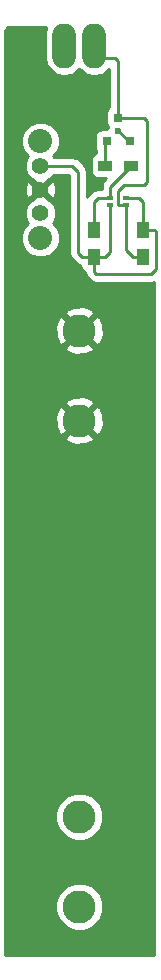
<source format=gbr>
G04 #@! TF.FileFunction,Copper,L1,Top,Signal*
%FSLAX46Y46*%
G04 Gerber Fmt 4.6, Leading zero omitted, Abs format (unit mm)*
G04 Created by KiCad (PCBNEW 4.0.4-stable) date 11/28/16 21:20:40*
%MOMM*%
%LPD*%
G01*
G04 APERTURE LIST*
%ADD10C,0.100000*%
%ADD11C,2.794000*%
%ADD12O,2.032000X3.810000*%
%ADD13R,0.800100X0.800100*%
%ADD14R,1.200000X0.900000*%
%ADD15C,1.397000*%
%ADD16C,2.032000*%
%ADD17R,1.100000X1.350000*%
%ADD18R,0.550000X0.350000*%
%ADD19C,0.600000*%
%ADD20C,0.250000*%
%ADD21C,0.254000*%
G04 APERTURE END LIST*
D10*
D11*
X161036000Y-78232000D03*
X161036000Y-85852000D03*
X161036000Y-119380000D03*
X161036000Y-127000000D03*
D12*
X159766000Y-54102000D03*
X162306000Y-54102000D03*
D13*
X163388000Y-62214760D03*
X165288000Y-62214760D03*
X164338000Y-60215780D03*
D14*
X165438000Y-64262000D03*
X163238000Y-64262000D03*
D15*
X157734000Y-68300600D03*
X157734000Y-66294000D03*
X157734000Y-64287400D03*
D16*
X157734000Y-70396100D03*
X157734000Y-62191900D03*
D17*
X162288000Y-71991000D03*
X166388000Y-71991000D03*
X166388000Y-69741000D03*
X162288000Y-69741000D03*
D18*
X163663000Y-67585000D03*
X165013000Y-67585000D03*
X165013000Y-67035000D03*
X163663000Y-67035000D03*
D19*
X164338000Y-61341000D03*
D20*
X165288000Y-62214760D02*
X165211760Y-62214760D01*
X165211760Y-62214760D02*
X164338000Y-61341000D01*
X165013000Y-67585000D02*
X164359000Y-67585000D01*
X166514780Y-60215780D02*
X164338000Y-60215780D01*
X166751000Y-60452000D02*
X166514780Y-60215780D01*
X166751000Y-65659000D02*
X166751000Y-60452000D01*
X166497000Y-65913000D02*
X166751000Y-65659000D01*
X164846000Y-65913000D02*
X166497000Y-65913000D01*
X164338000Y-66421000D02*
X164846000Y-65913000D01*
X164338000Y-67564000D02*
X164338000Y-66421000D01*
X164359000Y-67585000D02*
X164338000Y-67564000D01*
X164338000Y-60215780D02*
X164338000Y-55372000D01*
X164338000Y-55372000D02*
X164084000Y-55118000D01*
X164084000Y-55118000D02*
X162306000Y-55118000D01*
X166388000Y-71991000D02*
X165590000Y-71991000D01*
X165013000Y-71414000D02*
X165013000Y-67585000D01*
X165590000Y-71991000D02*
X165013000Y-71414000D01*
X162288000Y-71991000D02*
X162288000Y-73261000D01*
X167404000Y-69741000D02*
X166388000Y-69741000D01*
X167513000Y-69850000D02*
X167404000Y-69741000D01*
X167513000Y-73025000D02*
X167513000Y-69850000D01*
X167132000Y-73406000D02*
X167513000Y-73025000D01*
X162433000Y-73406000D02*
X167132000Y-73406000D01*
X162288000Y-73261000D02*
X162433000Y-73406000D01*
X157734000Y-64287400D02*
X160426400Y-64287400D01*
X161272000Y-71991000D02*
X162288000Y-71991000D01*
X160909000Y-71628000D02*
X161272000Y-71991000D01*
X160909000Y-64770000D02*
X160909000Y-71628000D01*
X160426400Y-64287400D02*
X160909000Y-64770000D01*
X166388000Y-69741000D02*
X166388000Y-67328000D01*
X166388000Y-67328000D02*
X166095000Y-67035000D01*
X166095000Y-67035000D02*
X165013000Y-67035000D01*
X162288000Y-71991000D02*
X163213000Y-71991000D01*
X163663000Y-71541000D02*
X163663000Y-67585000D01*
X163213000Y-71991000D02*
X163663000Y-71541000D01*
X163238000Y-64262000D02*
X163238000Y-62364760D01*
X163238000Y-62364760D02*
X163388000Y-62214760D01*
X163663000Y-67035000D02*
X163663000Y-66037000D01*
X163663000Y-66037000D02*
X165438000Y-64262000D01*
X162288000Y-69741000D02*
X162288000Y-67328000D01*
X162581000Y-67035000D02*
X163663000Y-67035000D01*
X162288000Y-67328000D02*
X162581000Y-67035000D01*
D21*
G36*
X158240675Y-52531428D02*
X158115000Y-53163238D01*
X158115000Y-55040762D01*
X158240675Y-55672572D01*
X158598567Y-56208195D01*
X159134190Y-56566087D01*
X159766000Y-56691762D01*
X160397810Y-56566087D01*
X160933433Y-56208195D01*
X161036000Y-56054693D01*
X161138567Y-56208195D01*
X161674190Y-56566087D01*
X162306000Y-56691762D01*
X162937810Y-56566087D01*
X163473433Y-56208195D01*
X163578000Y-56051699D01*
X163578000Y-59292767D01*
X163486509Y-59351640D01*
X163341519Y-59563840D01*
X163290510Y-59815730D01*
X163290510Y-60615830D01*
X163334788Y-60851147D01*
X163452830Y-61034589D01*
X163403162Y-61154201D01*
X163403151Y-61167270D01*
X162987950Y-61167270D01*
X162752633Y-61211548D01*
X162536509Y-61350620D01*
X162391519Y-61562820D01*
X162340510Y-61814710D01*
X162340510Y-62614810D01*
X162384788Y-62850127D01*
X162478000Y-62994983D01*
X162478000Y-63194666D01*
X162402683Y-63208838D01*
X162186559Y-63347910D01*
X162041569Y-63560110D01*
X161990560Y-63812000D01*
X161990560Y-64712000D01*
X162034838Y-64947317D01*
X162173910Y-65163441D01*
X162386110Y-65308431D01*
X162638000Y-65359440D01*
X163265758Y-65359440D01*
X163125599Y-65499599D01*
X162960852Y-65746161D01*
X162903000Y-66037000D01*
X162903000Y-66275000D01*
X162581000Y-66275000D01*
X162290161Y-66332852D01*
X162043599Y-66497599D01*
X161750599Y-66790599D01*
X161669000Y-66912721D01*
X161669000Y-64770000D01*
X161611148Y-64479161D01*
X161611148Y-64479160D01*
X161446401Y-64232599D01*
X160963801Y-63749999D01*
X160717239Y-63585252D01*
X160426400Y-63527400D01*
X158859536Y-63527400D01*
X158796415Y-63464169D01*
X159132834Y-63128337D01*
X159384713Y-62521745D01*
X159385286Y-61864937D01*
X159134466Y-61257905D01*
X158670437Y-60793066D01*
X158063845Y-60541187D01*
X157407037Y-60540614D01*
X156800005Y-60791434D01*
X156335166Y-61255463D01*
X156083287Y-61862055D01*
X156082714Y-62518863D01*
X156333534Y-63125895D01*
X156671193Y-63464144D01*
X156604173Y-63531047D01*
X156400732Y-64020987D01*
X156400269Y-64551486D01*
X156602854Y-65041780D01*
X156977647Y-65417227D01*
X157078859Y-65459254D01*
X157734000Y-66114395D01*
X158388635Y-65459760D01*
X158488380Y-65418546D01*
X158860174Y-65047400D01*
X160111598Y-65047400D01*
X160149000Y-65084802D01*
X160149000Y-71628000D01*
X160206852Y-71918839D01*
X160371599Y-72165401D01*
X160734599Y-72528401D01*
X160981161Y-72693148D01*
X161100121Y-72716811D01*
X161134838Y-72901317D01*
X161273910Y-73117441D01*
X161486110Y-73262431D01*
X161530055Y-73271330D01*
X161585852Y-73551839D01*
X161750599Y-73798401D01*
X161895599Y-73943401D01*
X162142161Y-74108148D01*
X162433000Y-74166000D01*
X167132000Y-74166000D01*
X167311000Y-74130394D01*
X167311000Y-131116000D01*
X154761000Y-131116000D01*
X154761000Y-127402416D01*
X159003648Y-127402416D01*
X159312350Y-128149532D01*
X159883462Y-128721641D01*
X160630037Y-129031646D01*
X161438416Y-129032352D01*
X162185532Y-128723650D01*
X162757641Y-128152538D01*
X163067646Y-127405963D01*
X163068352Y-126597584D01*
X162759650Y-125850468D01*
X162188538Y-125278359D01*
X161441963Y-124968354D01*
X160633584Y-124967648D01*
X159886468Y-125276350D01*
X159314359Y-125847462D01*
X159004354Y-126594037D01*
X159003648Y-127402416D01*
X154761000Y-127402416D01*
X154761000Y-119782416D01*
X159003648Y-119782416D01*
X159312350Y-120529532D01*
X159883462Y-121101641D01*
X160630037Y-121411646D01*
X161438416Y-121412352D01*
X162185532Y-121103650D01*
X162757641Y-120532538D01*
X163067646Y-119785963D01*
X163068352Y-118977584D01*
X162759650Y-118230468D01*
X162188538Y-117658359D01*
X161441963Y-117348354D01*
X160633584Y-117347648D01*
X159886468Y-117656350D01*
X159314359Y-118227462D01*
X159004354Y-118974037D01*
X159003648Y-119782416D01*
X154761000Y-119782416D01*
X154761000Y-87291556D01*
X159776050Y-87291556D01*
X159923256Y-87599625D01*
X160676746Y-87892423D01*
X161484929Y-87874586D01*
X162148744Y-87599625D01*
X162295950Y-87291556D01*
X161036000Y-86031605D01*
X159776050Y-87291556D01*
X154761000Y-87291556D01*
X154761000Y-85492746D01*
X158995577Y-85492746D01*
X159013414Y-86300929D01*
X159288375Y-86964744D01*
X159596444Y-87111950D01*
X160856395Y-85852000D01*
X161215605Y-85852000D01*
X162475556Y-87111950D01*
X162783625Y-86964744D01*
X163076423Y-86211254D01*
X163058586Y-85403071D01*
X162783625Y-84739256D01*
X162475556Y-84592050D01*
X161215605Y-85852000D01*
X160856395Y-85852000D01*
X159596444Y-84592050D01*
X159288375Y-84739256D01*
X158995577Y-85492746D01*
X154761000Y-85492746D01*
X154761000Y-84412444D01*
X159776050Y-84412444D01*
X161036000Y-85672395D01*
X162295950Y-84412444D01*
X162148744Y-84104375D01*
X161395254Y-83811577D01*
X160587071Y-83829414D01*
X159923256Y-84104375D01*
X159776050Y-84412444D01*
X154761000Y-84412444D01*
X154761000Y-79671556D01*
X159776050Y-79671556D01*
X159923256Y-79979625D01*
X160676746Y-80272423D01*
X161484929Y-80254586D01*
X162148744Y-79979625D01*
X162295950Y-79671556D01*
X161036000Y-78411605D01*
X159776050Y-79671556D01*
X154761000Y-79671556D01*
X154761000Y-77872746D01*
X158995577Y-77872746D01*
X159013414Y-78680929D01*
X159288375Y-79344744D01*
X159596444Y-79491950D01*
X160856395Y-78232000D01*
X161215605Y-78232000D01*
X162475556Y-79491950D01*
X162783625Y-79344744D01*
X163076423Y-78591254D01*
X163058586Y-77783071D01*
X162783625Y-77119256D01*
X162475556Y-76972050D01*
X161215605Y-78232000D01*
X160856395Y-78232000D01*
X159596444Y-76972050D01*
X159288375Y-77119256D01*
X158995577Y-77872746D01*
X154761000Y-77872746D01*
X154761000Y-76792444D01*
X159776050Y-76792444D01*
X161036000Y-78052395D01*
X162295950Y-76792444D01*
X162148744Y-76484375D01*
X161395254Y-76191577D01*
X160587071Y-76209414D01*
X159923256Y-76484375D01*
X159776050Y-76792444D01*
X154761000Y-76792444D01*
X154761000Y-70723063D01*
X156082714Y-70723063D01*
X156333534Y-71330095D01*
X156797563Y-71794934D01*
X157404155Y-72046813D01*
X158060963Y-72047386D01*
X158667995Y-71796566D01*
X159132834Y-71332537D01*
X159384713Y-70725945D01*
X159385286Y-70069137D01*
X159134466Y-69462105D01*
X158796807Y-69123856D01*
X158863827Y-69056953D01*
X159067268Y-68567013D01*
X159067731Y-68036514D01*
X158865146Y-67546220D01*
X158490353Y-67170773D01*
X158389141Y-67128746D01*
X157734000Y-66473605D01*
X157079365Y-67128240D01*
X156979620Y-67169454D01*
X156604173Y-67544247D01*
X156400732Y-68034187D01*
X156400269Y-68564686D01*
X156602854Y-69054980D01*
X156671585Y-69123831D01*
X156335166Y-69459663D01*
X156083287Y-70066255D01*
X156082714Y-70723063D01*
X154761000Y-70723063D01*
X154761000Y-66101480D01*
X156388073Y-66101480D01*
X156416852Y-66631199D01*
X156564200Y-66986929D01*
X156799812Y-67048583D01*
X157554395Y-66294000D01*
X157913605Y-66294000D01*
X158668188Y-67048583D01*
X158903800Y-66986929D01*
X159079927Y-66486520D01*
X159051148Y-65956801D01*
X158903800Y-65601071D01*
X158668188Y-65539417D01*
X157913605Y-66294000D01*
X157554395Y-66294000D01*
X156799812Y-65539417D01*
X156564200Y-65601071D01*
X156388073Y-66101480D01*
X154761000Y-66101480D01*
X154761000Y-52901931D01*
X154797144Y-52720223D01*
X154860461Y-52625461D01*
X154955223Y-52562144D01*
X155136930Y-52526000D01*
X158244302Y-52526000D01*
X158240675Y-52531428D01*
X158240675Y-52531428D01*
G37*
X158240675Y-52531428D02*
X158115000Y-53163238D01*
X158115000Y-55040762D01*
X158240675Y-55672572D01*
X158598567Y-56208195D01*
X159134190Y-56566087D01*
X159766000Y-56691762D01*
X160397810Y-56566087D01*
X160933433Y-56208195D01*
X161036000Y-56054693D01*
X161138567Y-56208195D01*
X161674190Y-56566087D01*
X162306000Y-56691762D01*
X162937810Y-56566087D01*
X163473433Y-56208195D01*
X163578000Y-56051699D01*
X163578000Y-59292767D01*
X163486509Y-59351640D01*
X163341519Y-59563840D01*
X163290510Y-59815730D01*
X163290510Y-60615830D01*
X163334788Y-60851147D01*
X163452830Y-61034589D01*
X163403162Y-61154201D01*
X163403151Y-61167270D01*
X162987950Y-61167270D01*
X162752633Y-61211548D01*
X162536509Y-61350620D01*
X162391519Y-61562820D01*
X162340510Y-61814710D01*
X162340510Y-62614810D01*
X162384788Y-62850127D01*
X162478000Y-62994983D01*
X162478000Y-63194666D01*
X162402683Y-63208838D01*
X162186559Y-63347910D01*
X162041569Y-63560110D01*
X161990560Y-63812000D01*
X161990560Y-64712000D01*
X162034838Y-64947317D01*
X162173910Y-65163441D01*
X162386110Y-65308431D01*
X162638000Y-65359440D01*
X163265758Y-65359440D01*
X163125599Y-65499599D01*
X162960852Y-65746161D01*
X162903000Y-66037000D01*
X162903000Y-66275000D01*
X162581000Y-66275000D01*
X162290161Y-66332852D01*
X162043599Y-66497599D01*
X161750599Y-66790599D01*
X161669000Y-66912721D01*
X161669000Y-64770000D01*
X161611148Y-64479161D01*
X161611148Y-64479160D01*
X161446401Y-64232599D01*
X160963801Y-63749999D01*
X160717239Y-63585252D01*
X160426400Y-63527400D01*
X158859536Y-63527400D01*
X158796415Y-63464169D01*
X159132834Y-63128337D01*
X159384713Y-62521745D01*
X159385286Y-61864937D01*
X159134466Y-61257905D01*
X158670437Y-60793066D01*
X158063845Y-60541187D01*
X157407037Y-60540614D01*
X156800005Y-60791434D01*
X156335166Y-61255463D01*
X156083287Y-61862055D01*
X156082714Y-62518863D01*
X156333534Y-63125895D01*
X156671193Y-63464144D01*
X156604173Y-63531047D01*
X156400732Y-64020987D01*
X156400269Y-64551486D01*
X156602854Y-65041780D01*
X156977647Y-65417227D01*
X157078859Y-65459254D01*
X157734000Y-66114395D01*
X158388635Y-65459760D01*
X158488380Y-65418546D01*
X158860174Y-65047400D01*
X160111598Y-65047400D01*
X160149000Y-65084802D01*
X160149000Y-71628000D01*
X160206852Y-71918839D01*
X160371599Y-72165401D01*
X160734599Y-72528401D01*
X160981161Y-72693148D01*
X161100121Y-72716811D01*
X161134838Y-72901317D01*
X161273910Y-73117441D01*
X161486110Y-73262431D01*
X161530055Y-73271330D01*
X161585852Y-73551839D01*
X161750599Y-73798401D01*
X161895599Y-73943401D01*
X162142161Y-74108148D01*
X162433000Y-74166000D01*
X167132000Y-74166000D01*
X167311000Y-74130394D01*
X167311000Y-131116000D01*
X154761000Y-131116000D01*
X154761000Y-127402416D01*
X159003648Y-127402416D01*
X159312350Y-128149532D01*
X159883462Y-128721641D01*
X160630037Y-129031646D01*
X161438416Y-129032352D01*
X162185532Y-128723650D01*
X162757641Y-128152538D01*
X163067646Y-127405963D01*
X163068352Y-126597584D01*
X162759650Y-125850468D01*
X162188538Y-125278359D01*
X161441963Y-124968354D01*
X160633584Y-124967648D01*
X159886468Y-125276350D01*
X159314359Y-125847462D01*
X159004354Y-126594037D01*
X159003648Y-127402416D01*
X154761000Y-127402416D01*
X154761000Y-119782416D01*
X159003648Y-119782416D01*
X159312350Y-120529532D01*
X159883462Y-121101641D01*
X160630037Y-121411646D01*
X161438416Y-121412352D01*
X162185532Y-121103650D01*
X162757641Y-120532538D01*
X163067646Y-119785963D01*
X163068352Y-118977584D01*
X162759650Y-118230468D01*
X162188538Y-117658359D01*
X161441963Y-117348354D01*
X160633584Y-117347648D01*
X159886468Y-117656350D01*
X159314359Y-118227462D01*
X159004354Y-118974037D01*
X159003648Y-119782416D01*
X154761000Y-119782416D01*
X154761000Y-87291556D01*
X159776050Y-87291556D01*
X159923256Y-87599625D01*
X160676746Y-87892423D01*
X161484929Y-87874586D01*
X162148744Y-87599625D01*
X162295950Y-87291556D01*
X161036000Y-86031605D01*
X159776050Y-87291556D01*
X154761000Y-87291556D01*
X154761000Y-85492746D01*
X158995577Y-85492746D01*
X159013414Y-86300929D01*
X159288375Y-86964744D01*
X159596444Y-87111950D01*
X160856395Y-85852000D01*
X161215605Y-85852000D01*
X162475556Y-87111950D01*
X162783625Y-86964744D01*
X163076423Y-86211254D01*
X163058586Y-85403071D01*
X162783625Y-84739256D01*
X162475556Y-84592050D01*
X161215605Y-85852000D01*
X160856395Y-85852000D01*
X159596444Y-84592050D01*
X159288375Y-84739256D01*
X158995577Y-85492746D01*
X154761000Y-85492746D01*
X154761000Y-84412444D01*
X159776050Y-84412444D01*
X161036000Y-85672395D01*
X162295950Y-84412444D01*
X162148744Y-84104375D01*
X161395254Y-83811577D01*
X160587071Y-83829414D01*
X159923256Y-84104375D01*
X159776050Y-84412444D01*
X154761000Y-84412444D01*
X154761000Y-79671556D01*
X159776050Y-79671556D01*
X159923256Y-79979625D01*
X160676746Y-80272423D01*
X161484929Y-80254586D01*
X162148744Y-79979625D01*
X162295950Y-79671556D01*
X161036000Y-78411605D01*
X159776050Y-79671556D01*
X154761000Y-79671556D01*
X154761000Y-77872746D01*
X158995577Y-77872746D01*
X159013414Y-78680929D01*
X159288375Y-79344744D01*
X159596444Y-79491950D01*
X160856395Y-78232000D01*
X161215605Y-78232000D01*
X162475556Y-79491950D01*
X162783625Y-79344744D01*
X163076423Y-78591254D01*
X163058586Y-77783071D01*
X162783625Y-77119256D01*
X162475556Y-76972050D01*
X161215605Y-78232000D01*
X160856395Y-78232000D01*
X159596444Y-76972050D01*
X159288375Y-77119256D01*
X158995577Y-77872746D01*
X154761000Y-77872746D01*
X154761000Y-76792444D01*
X159776050Y-76792444D01*
X161036000Y-78052395D01*
X162295950Y-76792444D01*
X162148744Y-76484375D01*
X161395254Y-76191577D01*
X160587071Y-76209414D01*
X159923256Y-76484375D01*
X159776050Y-76792444D01*
X154761000Y-76792444D01*
X154761000Y-70723063D01*
X156082714Y-70723063D01*
X156333534Y-71330095D01*
X156797563Y-71794934D01*
X157404155Y-72046813D01*
X158060963Y-72047386D01*
X158667995Y-71796566D01*
X159132834Y-71332537D01*
X159384713Y-70725945D01*
X159385286Y-70069137D01*
X159134466Y-69462105D01*
X158796807Y-69123856D01*
X158863827Y-69056953D01*
X159067268Y-68567013D01*
X159067731Y-68036514D01*
X158865146Y-67546220D01*
X158490353Y-67170773D01*
X158389141Y-67128746D01*
X157734000Y-66473605D01*
X157079365Y-67128240D01*
X156979620Y-67169454D01*
X156604173Y-67544247D01*
X156400732Y-68034187D01*
X156400269Y-68564686D01*
X156602854Y-69054980D01*
X156671585Y-69123831D01*
X156335166Y-69459663D01*
X156083287Y-70066255D01*
X156082714Y-70723063D01*
X154761000Y-70723063D01*
X154761000Y-66101480D01*
X156388073Y-66101480D01*
X156416852Y-66631199D01*
X156564200Y-66986929D01*
X156799812Y-67048583D01*
X157554395Y-66294000D01*
X157913605Y-66294000D01*
X158668188Y-67048583D01*
X158903800Y-66986929D01*
X159079927Y-66486520D01*
X159051148Y-65956801D01*
X158903800Y-65601071D01*
X158668188Y-65539417D01*
X157913605Y-66294000D01*
X157554395Y-66294000D01*
X156799812Y-65539417D01*
X156564200Y-65601071D01*
X156388073Y-66101480D01*
X154761000Y-66101480D01*
X154761000Y-52901931D01*
X154797144Y-52720223D01*
X154860461Y-52625461D01*
X154955223Y-52562144D01*
X155136930Y-52526000D01*
X158244302Y-52526000D01*
X158240675Y-52531428D01*
M02*

</source>
